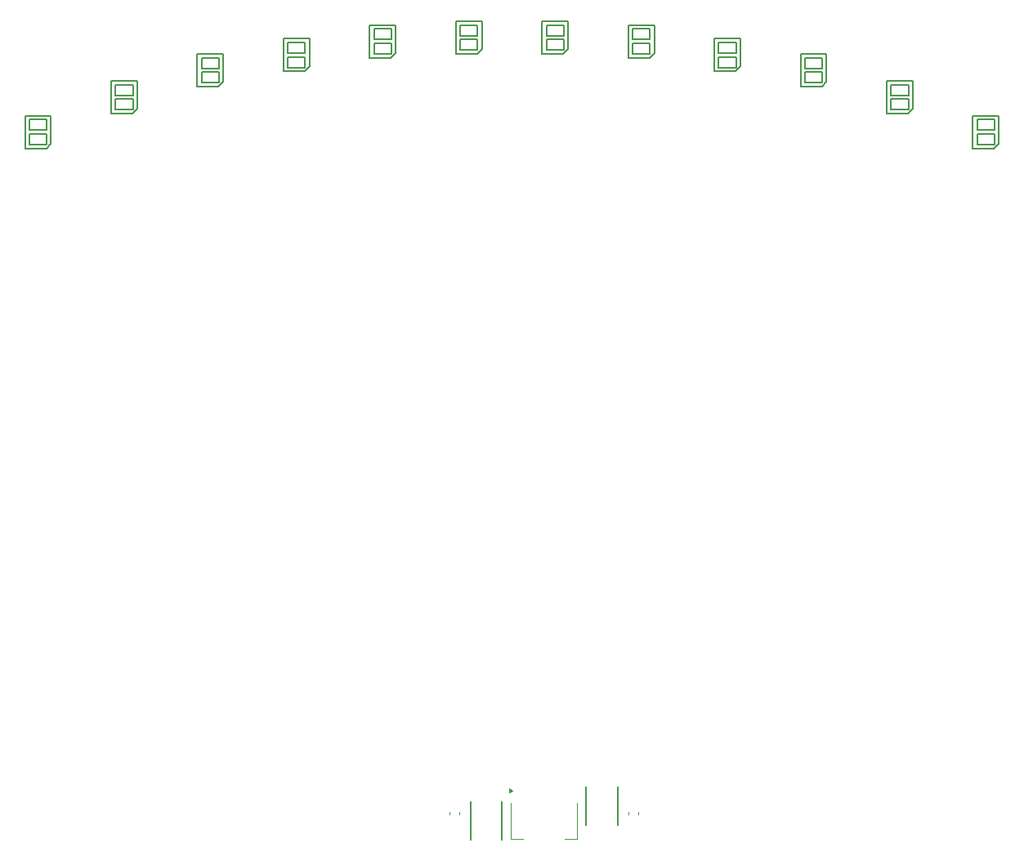
<source format=gbr>
%TF.GenerationSoftware,KiCad,Pcbnew,8.0.4*%
%TF.CreationDate,2024-08-25T22:16:48+02:00*%
%TF.ProjectId,schemat,73636865-6d61-4742-9e6b-696361645f70,rev?*%
%TF.SameCoordinates,Original*%
%TF.FileFunction,Legend,Bot*%
%TF.FilePolarity,Positive*%
%FSLAX46Y46*%
G04 Gerber Fmt 4.6, Leading zero omitted, Abs format (unit mm)*
G04 Created by KiCad (PCBNEW 8.0.4) date 2024-08-25 22:16:48*
%MOMM*%
%LPD*%
G01*
G04 APERTURE LIST*
%ADD10C,0.127000*%
%ADD11C,0.152400*%
%ADD12C,0.120000*%
G04 APERTURE END LIST*
D10*
%TO.C,CZ9*%
X121761816Y-44430000D02*
X121761816Y-47830000D01*
X121761816Y-47830000D02*
X123961816Y-47830000D01*
X122211816Y-44830000D02*
X124011816Y-44830000D01*
X122211816Y-45930000D02*
X122211816Y-44830000D01*
X122211816Y-46330000D02*
X124011816Y-46330000D01*
X122211816Y-47430000D02*
X122211816Y-46330000D01*
X123961816Y-47830000D02*
X124461816Y-47330000D01*
X124011816Y-44830000D02*
X124011816Y-45930000D01*
X124011816Y-45930000D02*
X122211816Y-45930000D01*
X124011816Y-46330000D02*
X124011816Y-47430000D01*
X124011816Y-47430000D02*
X122211816Y-47430000D01*
X124461816Y-44430000D02*
X121761816Y-44430000D01*
X124461816Y-47330000D02*
X124461816Y-44430000D01*
D11*
%TO.C,C7*%
X141124400Y-123518800D02*
X141124400Y-127481200D01*
X144375600Y-127481200D02*
X144375600Y-123518800D01*
D10*
%TO.C,CZ2*%
X184252720Y-48830000D02*
X184252720Y-52230000D01*
X184252720Y-52230000D02*
X186452720Y-52230000D01*
X184702720Y-49230000D02*
X186502720Y-49230000D01*
X184702720Y-50330000D02*
X184702720Y-49230000D01*
X184702720Y-50730000D02*
X186502720Y-50730000D01*
X184702720Y-51830000D02*
X184702720Y-50730000D01*
X186452720Y-52230000D02*
X186952720Y-51730000D01*
X186502720Y-49230000D02*
X186502720Y-50330000D01*
X186502720Y-50330000D02*
X184702720Y-50330000D01*
X186502720Y-50730000D02*
X186502720Y-51830000D01*
X186502720Y-51830000D02*
X184702720Y-51830000D01*
X186952720Y-48830000D02*
X184252720Y-48830000D01*
X186952720Y-51730000D02*
X186952720Y-48830000D01*
%TO.C,CZ6*%
X148543632Y-42630000D02*
X148543632Y-46030000D01*
X148543632Y-46030000D02*
X150743632Y-46030000D01*
X148993632Y-43030000D02*
X150793632Y-43030000D01*
X148993632Y-44130000D02*
X148993632Y-43030000D01*
X148993632Y-44530000D02*
X150793632Y-44530000D01*
X148993632Y-45630000D02*
X148993632Y-44530000D01*
X150743632Y-46030000D02*
X151243632Y-45530000D01*
X150793632Y-43030000D02*
X150793632Y-44130000D01*
X150793632Y-44130000D02*
X148993632Y-44130000D01*
X150793632Y-44530000D02*
X150793632Y-45630000D01*
X150793632Y-45630000D02*
X148993632Y-45630000D01*
X151243632Y-42630000D02*
X148543632Y-42630000D01*
X151243632Y-45530000D02*
X151243632Y-42630000D01*
D12*
%TO.C,C6*%
X138990000Y-124603733D02*
X138990000Y-124896267D01*
X140010000Y-124603733D02*
X140010000Y-124896267D01*
%TO.C,U1*%
X145340000Y-127410000D02*
X145340000Y-123650000D01*
X146600000Y-127410000D02*
X145340000Y-127410000D01*
X150900000Y-127410000D02*
X152160000Y-127410000D01*
X152160000Y-127410000D02*
X152160000Y-123650000D01*
X145440000Y-122370000D02*
X145110000Y-122610000D01*
X145110000Y-122130000D01*
X145440000Y-122370000D01*
G36*
X145440000Y-122370000D02*
G01*
X145110000Y-122610000D01*
X145110000Y-122130000D01*
X145440000Y-122370000D01*
G37*
D10*
%TO.C,CZ11*%
X103907272Y-48830000D02*
X103907272Y-52230000D01*
X103907272Y-52230000D02*
X106107272Y-52230000D01*
X104357272Y-49230000D02*
X106157272Y-49230000D01*
X104357272Y-50330000D02*
X104357272Y-49230000D01*
X104357272Y-50730000D02*
X106157272Y-50730000D01*
X104357272Y-51830000D02*
X104357272Y-50730000D01*
X106107272Y-52230000D02*
X106607272Y-51730000D01*
X106157272Y-49230000D02*
X106157272Y-50330000D01*
X106157272Y-50330000D02*
X104357272Y-50330000D01*
X106157272Y-50730000D02*
X106157272Y-51830000D01*
X106157272Y-51830000D02*
X104357272Y-51830000D01*
X106607272Y-48830000D02*
X103907272Y-48830000D01*
X106607272Y-51730000D02*
X106607272Y-48830000D01*
%TO.C,CZ8*%
X130689088Y-43030000D02*
X130689088Y-46430000D01*
X130689088Y-46430000D02*
X132889088Y-46430000D01*
X131139088Y-43430000D02*
X132939088Y-43430000D01*
X131139088Y-44530000D02*
X131139088Y-43430000D01*
X131139088Y-44930000D02*
X132939088Y-44930000D01*
X131139088Y-46030000D02*
X131139088Y-44930000D01*
X132889088Y-46430000D02*
X133389088Y-45930000D01*
X132939088Y-43430000D02*
X132939088Y-44530000D01*
X132939088Y-44530000D02*
X131139088Y-44530000D01*
X132939088Y-44930000D02*
X132939088Y-46030000D01*
X132939088Y-46030000D02*
X131139088Y-46030000D01*
X133389088Y-43030000D02*
X130689088Y-43030000D01*
X133389088Y-45930000D02*
X133389088Y-43030000D01*
%TO.C,CZ12*%
X94980000Y-52430000D02*
X94980000Y-55830000D01*
X94980000Y-55830000D02*
X97180000Y-55830000D01*
X95430000Y-52830000D02*
X97230000Y-52830000D01*
X95430000Y-53930000D02*
X95430000Y-52830000D01*
X95430000Y-54330000D02*
X97230000Y-54330000D01*
X95430000Y-55430000D02*
X95430000Y-54330000D01*
X97180000Y-55830000D02*
X97680000Y-55330000D01*
X97230000Y-52830000D02*
X97230000Y-53930000D01*
X97230000Y-53930000D02*
X95430000Y-53930000D01*
X97230000Y-54330000D02*
X97230000Y-55430000D01*
X97230000Y-55430000D02*
X95430000Y-55430000D01*
X97680000Y-52430000D02*
X94980000Y-52430000D01*
X97680000Y-55330000D02*
X97680000Y-52430000D01*
%TO.C,CZ1*%
X193180000Y-52430000D02*
X193180000Y-55830000D01*
X193180000Y-55830000D02*
X195380000Y-55830000D01*
X193630000Y-52830000D02*
X195430000Y-52830000D01*
X193630000Y-53930000D02*
X193630000Y-52830000D01*
X193630000Y-54330000D02*
X195430000Y-54330000D01*
X193630000Y-55430000D02*
X193630000Y-54330000D01*
X195380000Y-55830000D02*
X195880000Y-55330000D01*
X195430000Y-52830000D02*
X195430000Y-53930000D01*
X195430000Y-53930000D02*
X193630000Y-53930000D01*
X195430000Y-54330000D02*
X195430000Y-55430000D01*
X195430000Y-55430000D02*
X193630000Y-55430000D01*
X195880000Y-52430000D02*
X193180000Y-52430000D01*
X195880000Y-55330000D02*
X195880000Y-52430000D01*
%TO.C,CZ7*%
X139616360Y-42630000D02*
X139616360Y-46030000D01*
X139616360Y-46030000D02*
X141816360Y-46030000D01*
X140066360Y-43030000D02*
X141866360Y-43030000D01*
X140066360Y-44130000D02*
X140066360Y-43030000D01*
X140066360Y-44530000D02*
X141866360Y-44530000D01*
X140066360Y-45630000D02*
X140066360Y-44530000D01*
X141816360Y-46030000D02*
X142316360Y-45530000D01*
X141866360Y-43030000D02*
X141866360Y-44130000D01*
X141866360Y-44130000D02*
X140066360Y-44130000D01*
X141866360Y-44530000D02*
X141866360Y-45630000D01*
X141866360Y-45630000D02*
X140066360Y-45630000D01*
X142316360Y-42630000D02*
X139616360Y-42630000D01*
X142316360Y-45530000D02*
X142316360Y-42630000D01*
%TO.C,CZ4*%
X166398176Y-44430000D02*
X166398176Y-47830000D01*
X166398176Y-47830000D02*
X168598176Y-47830000D01*
X166848176Y-44830000D02*
X168648176Y-44830000D01*
X166848176Y-45930000D02*
X166848176Y-44830000D01*
X166848176Y-46330000D02*
X168648176Y-46330000D01*
X166848176Y-47430000D02*
X166848176Y-46330000D01*
X168598176Y-47830000D02*
X169098176Y-47330000D01*
X168648176Y-44830000D02*
X168648176Y-45930000D01*
X168648176Y-45930000D02*
X166848176Y-45930000D01*
X168648176Y-46330000D02*
X168648176Y-47430000D01*
X168648176Y-47430000D02*
X166848176Y-47430000D01*
X169098176Y-44430000D02*
X166398176Y-44430000D01*
X169098176Y-47330000D02*
X169098176Y-44430000D01*
%TO.C,CZ3*%
X175325448Y-46030000D02*
X175325448Y-49430000D01*
X175325448Y-49430000D02*
X177525448Y-49430000D01*
X175775448Y-46430000D02*
X177575448Y-46430000D01*
X175775448Y-47530000D02*
X175775448Y-46430000D01*
X175775448Y-47930000D02*
X177575448Y-47930000D01*
X175775448Y-49030000D02*
X175775448Y-47930000D01*
X177525448Y-49430000D02*
X178025448Y-48930000D01*
X177575448Y-46430000D02*
X177575448Y-47530000D01*
X177575448Y-47530000D02*
X175775448Y-47530000D01*
X177575448Y-47930000D02*
X177575448Y-49030000D01*
X177575448Y-49030000D02*
X175775448Y-49030000D01*
X178025448Y-46030000D02*
X175325448Y-46030000D01*
X178025448Y-48930000D02*
X178025448Y-46030000D01*
%TO.C,CZ10*%
X112834544Y-46030000D02*
X112834544Y-49430000D01*
X112834544Y-49430000D02*
X115034544Y-49430000D01*
X113284544Y-46430000D02*
X115084544Y-46430000D01*
X113284544Y-47530000D02*
X113284544Y-46430000D01*
X113284544Y-47930000D02*
X115084544Y-47930000D01*
X113284544Y-49030000D02*
X113284544Y-47930000D01*
X115034544Y-49430000D02*
X115534544Y-48930000D01*
X115084544Y-46430000D02*
X115084544Y-47530000D01*
X115084544Y-47530000D02*
X113284544Y-47530000D01*
X115084544Y-47930000D02*
X115084544Y-49030000D01*
X115084544Y-49030000D02*
X113284544Y-49030000D01*
X115534544Y-46030000D02*
X112834544Y-46030000D01*
X115534544Y-48930000D02*
X115534544Y-46030000D01*
D12*
%TO.C,C2*%
X157490000Y-124896267D02*
X157490000Y-124603733D01*
X158510000Y-124896267D02*
X158510000Y-124603733D01*
D11*
%TO.C,C1*%
X153124400Y-122018800D02*
X153124400Y-125981200D01*
X156375600Y-125981200D02*
X156375600Y-122018800D01*
D10*
%TO.C,CZ5*%
X157470904Y-43030000D02*
X157470904Y-46430000D01*
X157470904Y-46430000D02*
X159670904Y-46430000D01*
X157920904Y-43430000D02*
X159720904Y-43430000D01*
X157920904Y-44530000D02*
X157920904Y-43430000D01*
X157920904Y-44930000D02*
X159720904Y-44930000D01*
X157920904Y-46030000D02*
X157920904Y-44930000D01*
X159670904Y-46430000D02*
X160170904Y-45930000D01*
X159720904Y-43430000D02*
X159720904Y-44530000D01*
X159720904Y-44530000D02*
X157920904Y-44530000D01*
X159720904Y-44930000D02*
X159720904Y-46030000D01*
X159720904Y-46030000D02*
X157920904Y-46030000D01*
X160170904Y-43030000D02*
X157470904Y-43030000D01*
X160170904Y-45930000D02*
X160170904Y-43030000D01*
%TD*%
M02*

</source>
